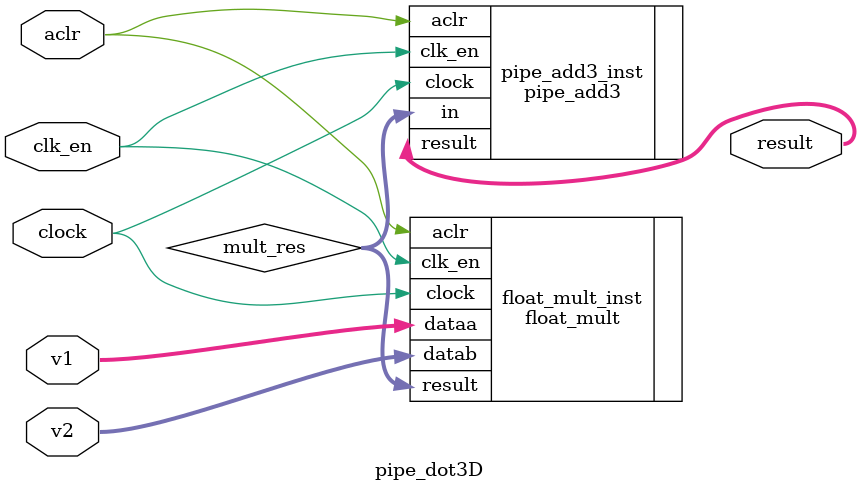
<source format=v>

module pipe_dot3D(aclr, clk_en, clock, v1, v2, result);
	input aclr, clk_en, clock;
	input wire [31:0] v1, v2;
	output wire [31:0] result;
	wire [31:0] mult_res;
	float_mult float_mult_inst(
		.aclr(aclr),
		.clk_en(clk_en),
		.clock(clock),
		.dataa(v1),
		.datab(v2),
		.result(mult_res));
	pipe_add3 pipe_add3_inst(
		.aclr(aclr),
		.clk_en(clk_en),
		.clock(clock),
		.in(mult_res),
		.result(result));
endmodule


</source>
